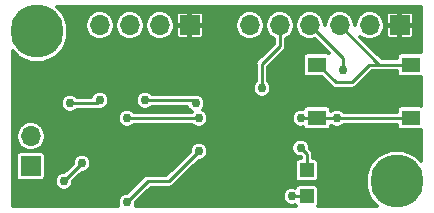
<source format=gbr>
G04 #@! TF.GenerationSoftware,KiCad,Pcbnew,(5.0.0)*
G04 #@! TF.CreationDate,2018-10-12T13:49:54-04:00*
G04 #@! TF.ProjectId,AutoFlyer,4175746F466C7965722E6B696361645F,rev?*
G04 #@! TF.SameCoordinates,Original*
G04 #@! TF.FileFunction,Copper,L2,Bot,Signal*
G04 #@! TF.FilePolarity,Positive*
%FSLAX46Y46*%
G04 Gerber Fmt 4.6, Leading zero omitted, Abs format (unit mm)*
G04 Created by KiCad (PCBNEW (5.0.0)) date 10/12/18 13:49:54*
%MOMM*%
%LPD*%
G01*
G04 APERTURE LIST*
G04 #@! TA.AperFunction,ComponentPad*
%ADD10R,1.700000X1.700000*%
G04 #@! TD*
G04 #@! TA.AperFunction,ComponentPad*
%ADD11O,1.700000X1.700000*%
G04 #@! TD*
G04 #@! TA.AperFunction,WasherPad*
%ADD12C,4.500000*%
G04 #@! TD*
G04 #@! TA.AperFunction,SMDPad,CuDef*
%ADD13R,1.550000X1.300000*%
G04 #@! TD*
G04 #@! TA.AperFunction,SMDPad,CuDef*
%ADD14R,1.200000X1.200000*%
G04 #@! TD*
G04 #@! TA.AperFunction,ViaPad*
%ADD15C,0.762000*%
G04 #@! TD*
G04 #@! TA.AperFunction,Conductor*
%ADD16C,0.254000*%
G04 #@! TD*
G04 #@! TA.AperFunction,Conductor*
%ADD17C,0.304800*%
G04 #@! TD*
G04 APERTURE END LIST*
D10*
G04 #@! TO.P,J1,1*
G04 #@! TO.N,/MotorA*
X27432000Y-39370000D03*
D11*
G04 #@! TO.P,J1,2*
G04 #@! TO.N,/MotorB*
X27432000Y-36830000D03*
G04 #@! TD*
D10*
G04 #@! TO.P,J2,1*
G04 #@! TO.N,GND*
X58674000Y-27432000D03*
D11*
G04 #@! TO.P,J2,2*
G04 #@! TO.N,/sck*
X56134000Y-27432000D03*
G04 #@! TO.P,J2,3*
G04 #@! TO.N,+3V3*
X53594000Y-27432000D03*
G04 #@! TO.P,J2,4*
G04 #@! TO.N,/miso*
X51054000Y-27432000D03*
G04 #@! TO.P,J2,5*
G04 #@! TO.N,/mosi*
X48514000Y-27432000D03*
G04 #@! TO.P,J2,6*
G04 #@! TO.N,/rst*
X45974000Y-27432000D03*
G04 #@! TD*
D10*
G04 #@! TO.P,J3,1*
G04 #@! TO.N,GND*
X40894000Y-27432000D03*
D11*
G04 #@! TO.P,J3,2*
G04 #@! TO.N,Net-(J3-Pad2)*
X38354000Y-27432000D03*
G04 #@! TO.P,J3,3*
X35814000Y-27432000D03*
G04 #@! TO.P,J3,4*
G04 #@! TO.N,+6V*
X33274000Y-27432000D03*
G04 #@! TD*
D12*
G04 #@! TO.P,X1,*
G04 #@! TO.N,*
X27940000Y-27940000D03*
G04 #@! TD*
D13*
G04 #@! TO.P,SW1,2*
G04 #@! TO.N,+3V3*
X51646000Y-30770000D03*
G04 #@! TO.P,SW1,1*
G04 #@! TO.N,Net-(R2-Pad2)*
X51646000Y-35270000D03*
X59606000Y-35270000D03*
G04 #@! TO.P,SW1,2*
G04 #@! TO.N,+3V3*
X59606000Y-30770000D03*
G04 #@! TD*
D12*
G04 #@! TO.P,X2,*
G04 #@! TO.N,*
X58420000Y-40640000D03*
G04 #@! TD*
D14*
G04 #@! TO.P,D1,2*
G04 #@! TO.N,/led*
X50800000Y-39710000D03*
G04 #@! TO.P,D1,1*
G04 #@! TO.N,Net-(D1-Pad1)*
X50800000Y-41910000D03*
G04 #@! TD*
D15*
G04 #@! TO.N,GND*
X38608000Y-41656000D03*
X36322000Y-36068000D03*
X36068000Y-38608000D03*
X27686000Y-32004000D03*
X53848000Y-40894000D03*
X45974000Y-29718000D03*
X50292000Y-32766000D03*
X40386000Y-41935390D03*
G04 #@! TO.N,/miso*
X53848000Y-31242000D03*
G04 #@! TO.N,/mosi*
X46990000Y-32766000D03*
G04 #@! TO.N,Net-(D1-Pad1)*
X49530000Y-41910000D03*
G04 #@! TO.N,Net-(R2-Pad2)*
X53340000Y-35306000D03*
X50292000Y-35306000D03*
G04 #@! TO.N,/led*
X50279138Y-37833138D03*
G04 #@! TO.N,/c0*
X30226000Y-40640000D03*
X31750000Y-39116000D03*
G04 #@! TO.N,/c3*
X30734000Y-34036000D03*
X33274000Y-33782000D03*
X37084000Y-33782000D03*
X41402000Y-34036000D03*
G04 #@! TO.N,/c2*
X41656000Y-35306000D03*
X35560000Y-35306000D03*
G04 #@! TO.N,/c1*
X41656000Y-38100000D03*
X35560000Y-42418000D03*
G04 #@! TD*
D16*
G04 #@! TO.N,+3V3*
X56932000Y-30770000D02*
X53594000Y-27432000D01*
X59606000Y-30770000D02*
X56932000Y-30770000D01*
X51771000Y-30770000D02*
X53259000Y-32258000D01*
X51646000Y-30770000D02*
X51771000Y-30770000D01*
X53259000Y-32258000D02*
X54610000Y-32258000D01*
X56098000Y-30770000D02*
X56932000Y-30770000D01*
X54610000Y-32258000D02*
X56098000Y-30770000D01*
G04 #@! TO.N,/miso*
X53848000Y-30226000D02*
X51054000Y-27432000D01*
X53848000Y-31242000D02*
X53848000Y-30226000D01*
G04 #@! TO.N,/mosi*
X46990000Y-32766000D02*
X46990000Y-30734000D01*
X48514000Y-29210000D02*
X48514000Y-27432000D01*
X46990000Y-30734000D02*
X48514000Y-29210000D01*
G04 #@! TO.N,Net-(D1-Pad1)*
X49530000Y-41910000D02*
X50800000Y-41910000D01*
G04 #@! TO.N,Net-(R2-Pad2)*
X51682000Y-35306000D02*
X51646000Y-35270000D01*
X53340000Y-35306000D02*
X51682000Y-35306000D01*
X51646000Y-35270000D02*
X50328000Y-35270000D01*
X50328000Y-35270000D02*
X50292000Y-35306000D01*
X59570000Y-35306000D02*
X59606000Y-35270000D01*
X53340000Y-35306000D02*
X59570000Y-35306000D01*
G04 #@! TO.N,/led*
X50800000Y-38354000D02*
X50279138Y-37833138D01*
X50800000Y-39710000D02*
X50800000Y-38354000D01*
G04 #@! TO.N,/c0*
X30226000Y-40640000D02*
X31750000Y-39116000D01*
G04 #@! TO.N,/c3*
X30734000Y-34036000D02*
X33020000Y-34036000D01*
X33020000Y-34036000D02*
X33274000Y-33782000D01*
X37084000Y-33782000D02*
X41148000Y-33782000D01*
X41148000Y-33782000D02*
X41402000Y-34036000D01*
G04 #@! TO.N,/c2*
X41656000Y-35306000D02*
X35560000Y-35306000D01*
G04 #@! TO.N,/c1*
X41656000Y-38100000D02*
X39116000Y-40640000D01*
X39116000Y-40640000D02*
X37338000Y-40640000D01*
X37338000Y-40640000D02*
X35560000Y-42418000D01*
G04 #@! TD*
D17*
G04 #@! TO.N,GND*
G36*
X60458570Y-25892138D02*
X60464140Y-25895860D01*
X60467862Y-25901430D01*
X60478600Y-25955414D01*
X60478600Y-29725053D01*
X60381000Y-29705639D01*
X58831000Y-29705639D01*
X58672431Y-29737180D01*
X58538003Y-29827003D01*
X58448180Y-29961431D01*
X58416639Y-30120000D01*
X58416639Y-30236600D01*
X57152941Y-30236600D01*
X55306447Y-28390107D01*
X55643777Y-28615503D01*
X56010257Y-28688400D01*
X56257743Y-28688400D01*
X56624223Y-28615503D01*
X57039814Y-28337814D01*
X57317503Y-27922223D01*
X57392278Y-27546300D01*
X57519200Y-27546300D01*
X57519200Y-28342628D01*
X57565603Y-28454655D01*
X57651344Y-28540397D01*
X57763371Y-28586800D01*
X58559700Y-28586800D01*
X58635900Y-28510600D01*
X58635900Y-27470100D01*
X58712100Y-27470100D01*
X58712100Y-28510600D01*
X58788300Y-28586800D01*
X59584629Y-28586800D01*
X59696656Y-28540397D01*
X59782397Y-28454655D01*
X59828800Y-28342628D01*
X59828800Y-27546300D01*
X59752600Y-27470100D01*
X58712100Y-27470100D01*
X58635900Y-27470100D01*
X57595400Y-27470100D01*
X57519200Y-27546300D01*
X57392278Y-27546300D01*
X57415014Y-27432000D01*
X57317503Y-26941777D01*
X57039814Y-26526186D01*
X57032610Y-26521372D01*
X57519200Y-26521372D01*
X57519200Y-27317700D01*
X57595400Y-27393900D01*
X58635900Y-27393900D01*
X58635900Y-26353400D01*
X58712100Y-26353400D01*
X58712100Y-27393900D01*
X59752600Y-27393900D01*
X59828800Y-27317700D01*
X59828800Y-26521372D01*
X59782397Y-26409345D01*
X59696656Y-26323603D01*
X59584629Y-26277200D01*
X58788300Y-26277200D01*
X58712100Y-26353400D01*
X58635900Y-26353400D01*
X58559700Y-26277200D01*
X57763371Y-26277200D01*
X57651344Y-26323603D01*
X57565603Y-26409345D01*
X57519200Y-26521372D01*
X57032610Y-26521372D01*
X56624223Y-26248497D01*
X56257743Y-26175600D01*
X56010257Y-26175600D01*
X55643777Y-26248497D01*
X55228186Y-26526186D01*
X54950497Y-26941777D01*
X54864000Y-27376629D01*
X54777503Y-26941777D01*
X54499814Y-26526186D01*
X54084223Y-26248497D01*
X53717743Y-26175600D01*
X53470257Y-26175600D01*
X53103777Y-26248497D01*
X52688186Y-26526186D01*
X52410497Y-26941777D01*
X52324000Y-27376629D01*
X52237503Y-26941777D01*
X51959814Y-26526186D01*
X51544223Y-26248497D01*
X51177743Y-26175600D01*
X50930257Y-26175600D01*
X50563777Y-26248497D01*
X50148186Y-26526186D01*
X49870497Y-26941777D01*
X49784000Y-27376629D01*
X49697503Y-26941777D01*
X49419814Y-26526186D01*
X49004223Y-26248497D01*
X48637743Y-26175600D01*
X48390257Y-26175600D01*
X48023777Y-26248497D01*
X47608186Y-26526186D01*
X47330497Y-26941777D01*
X47244000Y-27376629D01*
X47157503Y-26941777D01*
X46879814Y-26526186D01*
X46464223Y-26248497D01*
X46097743Y-26175600D01*
X45850257Y-26175600D01*
X45483777Y-26248497D01*
X45068186Y-26526186D01*
X44790497Y-26941777D01*
X44692986Y-27432000D01*
X44790497Y-27922223D01*
X45068186Y-28337814D01*
X45483777Y-28615503D01*
X45850257Y-28688400D01*
X46097743Y-28688400D01*
X46464223Y-28615503D01*
X46879814Y-28337814D01*
X47157503Y-27922223D01*
X47244000Y-27487371D01*
X47330497Y-27922223D01*
X47608186Y-28337814D01*
X47980600Y-28586653D01*
X47980600Y-28989058D01*
X46649975Y-30319685D01*
X46605442Y-30349441D01*
X46575686Y-30393974D01*
X46575685Y-30393975D01*
X46487550Y-30525878D01*
X46446152Y-30734000D01*
X46456601Y-30786530D01*
X46456600Y-32185849D01*
X46322475Y-32319974D01*
X46202600Y-32609376D01*
X46202600Y-32922624D01*
X46322475Y-33212026D01*
X46543974Y-33433525D01*
X46833376Y-33553400D01*
X47146624Y-33553400D01*
X47436026Y-33433525D01*
X47657525Y-33212026D01*
X47777400Y-32922624D01*
X47777400Y-32609376D01*
X47657525Y-32319974D01*
X47523400Y-32185849D01*
X47523400Y-30954940D01*
X48854029Y-29624313D01*
X48898559Y-29594559D01*
X48928313Y-29550029D01*
X48928315Y-29550027D01*
X49016450Y-29418123D01*
X49016451Y-29418122D01*
X49047400Y-29262531D01*
X49047400Y-29262527D01*
X49057848Y-29210001D01*
X49047400Y-29157475D01*
X49047400Y-28586653D01*
X49419814Y-28337814D01*
X49697503Y-27922223D01*
X49784000Y-27487371D01*
X49870497Y-27922223D01*
X50148186Y-28337814D01*
X50563777Y-28615503D01*
X50930257Y-28688400D01*
X51177743Y-28688400D01*
X51493293Y-28625634D01*
X52655725Y-29788066D01*
X52579569Y-29737180D01*
X52421000Y-29705639D01*
X50871000Y-29705639D01*
X50712431Y-29737180D01*
X50578003Y-29827003D01*
X50488180Y-29961431D01*
X50456639Y-30120000D01*
X50456639Y-31420000D01*
X50488180Y-31578569D01*
X50578003Y-31712997D01*
X50712431Y-31802820D01*
X50871000Y-31834361D01*
X52081021Y-31834361D01*
X52844684Y-32598025D01*
X52874441Y-32642559D01*
X53050878Y-32760451D01*
X53206469Y-32791400D01*
X53206473Y-32791400D01*
X53259000Y-32801848D01*
X53311527Y-32791400D01*
X54557474Y-32791400D01*
X54610000Y-32801848D01*
X54662526Y-32791400D01*
X54662531Y-32791400D01*
X54818122Y-32760451D01*
X54994559Y-32642559D01*
X55024317Y-32598023D01*
X56318941Y-31303400D01*
X56879473Y-31303400D01*
X56932000Y-31313848D01*
X56984527Y-31303400D01*
X58416639Y-31303400D01*
X58416639Y-31420000D01*
X58448180Y-31578569D01*
X58538003Y-31712997D01*
X58672431Y-31802820D01*
X58831000Y-31834361D01*
X60381000Y-31834361D01*
X60478600Y-31814947D01*
X60478600Y-34225053D01*
X60381000Y-34205639D01*
X58831000Y-34205639D01*
X58672431Y-34237180D01*
X58538003Y-34327003D01*
X58448180Y-34461431D01*
X58416639Y-34620000D01*
X58416639Y-34772600D01*
X53920151Y-34772600D01*
X53786026Y-34638475D01*
X53496624Y-34518600D01*
X53183376Y-34518600D01*
X52893974Y-34638475D01*
X52835361Y-34697088D01*
X52835361Y-34620000D01*
X52803820Y-34461431D01*
X52713997Y-34327003D01*
X52579569Y-34237180D01*
X52421000Y-34205639D01*
X50871000Y-34205639D01*
X50712431Y-34237180D01*
X50578003Y-34327003D01*
X50488180Y-34461431D01*
X50474663Y-34529386D01*
X50448624Y-34518600D01*
X50135376Y-34518600D01*
X49845974Y-34638475D01*
X49624475Y-34859974D01*
X49504600Y-35149376D01*
X49504600Y-35462624D01*
X49624475Y-35752026D01*
X49845974Y-35973525D01*
X50135376Y-36093400D01*
X50448624Y-36093400D01*
X50487894Y-36077134D01*
X50488180Y-36078569D01*
X50578003Y-36212997D01*
X50712431Y-36302820D01*
X50871000Y-36334361D01*
X52421000Y-36334361D01*
X52579569Y-36302820D01*
X52713997Y-36212997D01*
X52803820Y-36078569D01*
X52835361Y-35920000D01*
X52835361Y-35914912D01*
X52893974Y-35973525D01*
X53183376Y-36093400D01*
X53496624Y-36093400D01*
X53786026Y-35973525D01*
X53920151Y-35839400D01*
X58416639Y-35839400D01*
X58416639Y-35920000D01*
X58448180Y-36078569D01*
X58538003Y-36212997D01*
X58672431Y-36302820D01*
X58831000Y-36334361D01*
X60381000Y-36334361D01*
X60478601Y-36314947D01*
X60478601Y-38941884D01*
X59924730Y-38388013D01*
X58948391Y-37983600D01*
X57891609Y-37983600D01*
X56915270Y-38388013D01*
X56168013Y-39135270D01*
X55763600Y-40111609D01*
X55763600Y-41168391D01*
X56168013Y-42144730D01*
X56721883Y-42698600D01*
X51762754Y-42698600D01*
X51782820Y-42668569D01*
X51814361Y-42510000D01*
X51814361Y-41310000D01*
X51782820Y-41151431D01*
X51692997Y-41017003D01*
X51558569Y-40927180D01*
X51400000Y-40895639D01*
X50200000Y-40895639D01*
X50041431Y-40927180D01*
X49907003Y-41017003D01*
X49817180Y-41151431D01*
X49812540Y-41174757D01*
X49686624Y-41122600D01*
X49373376Y-41122600D01*
X49083974Y-41242475D01*
X48862475Y-41463974D01*
X48742600Y-41753376D01*
X48742600Y-42066624D01*
X48862475Y-42356026D01*
X49083974Y-42577525D01*
X49373376Y-42697400D01*
X49686624Y-42697400D01*
X49812540Y-42645243D01*
X49817180Y-42668569D01*
X49837246Y-42698600D01*
X36296047Y-42698600D01*
X36347400Y-42574624D01*
X36347400Y-42384940D01*
X37558941Y-41173400D01*
X39063474Y-41173400D01*
X39116000Y-41183848D01*
X39168526Y-41173400D01*
X39168531Y-41173400D01*
X39324122Y-41142451D01*
X39500559Y-41024559D01*
X39530317Y-40980023D01*
X41622942Y-38887400D01*
X41812624Y-38887400D01*
X42102026Y-38767525D01*
X42323525Y-38546026D01*
X42443400Y-38256624D01*
X42443400Y-37943376D01*
X42332862Y-37676514D01*
X49491738Y-37676514D01*
X49491738Y-37989762D01*
X49611613Y-38279164D01*
X49833112Y-38500663D01*
X50122514Y-38620538D01*
X50266601Y-38620538D01*
X50266601Y-38695639D01*
X50200000Y-38695639D01*
X50041431Y-38727180D01*
X49907003Y-38817003D01*
X49817180Y-38951431D01*
X49785639Y-39110000D01*
X49785639Y-40310000D01*
X49817180Y-40468569D01*
X49907003Y-40602997D01*
X50041431Y-40692820D01*
X50200000Y-40724361D01*
X51400000Y-40724361D01*
X51558569Y-40692820D01*
X51692997Y-40602997D01*
X51782820Y-40468569D01*
X51814361Y-40310000D01*
X51814361Y-39110000D01*
X51782820Y-38951431D01*
X51692997Y-38817003D01*
X51558569Y-38727180D01*
X51400000Y-38695639D01*
X51333400Y-38695639D01*
X51333400Y-38406525D01*
X51343848Y-38353999D01*
X51333400Y-38301473D01*
X51333400Y-38301469D01*
X51302451Y-38145878D01*
X51184559Y-37969441D01*
X51140025Y-37939684D01*
X51066538Y-37866197D01*
X51066538Y-37676514D01*
X50946663Y-37387112D01*
X50725164Y-37165613D01*
X50435762Y-37045738D01*
X50122514Y-37045738D01*
X49833112Y-37165613D01*
X49611613Y-37387112D01*
X49491738Y-37676514D01*
X42332862Y-37676514D01*
X42323525Y-37653974D01*
X42102026Y-37432475D01*
X41812624Y-37312600D01*
X41499376Y-37312600D01*
X41209974Y-37432475D01*
X40988475Y-37653974D01*
X40868600Y-37943376D01*
X40868600Y-38133058D01*
X38895060Y-40106600D01*
X37390527Y-40106600D01*
X37338000Y-40096152D01*
X37285473Y-40106600D01*
X37285469Y-40106600D01*
X37129878Y-40137549D01*
X36953441Y-40255441D01*
X36923684Y-40299975D01*
X35593060Y-41630600D01*
X35403376Y-41630600D01*
X35113974Y-41750475D01*
X34892475Y-41971974D01*
X34772600Y-42261376D01*
X34772600Y-42574624D01*
X34823953Y-42698600D01*
X25955414Y-42698600D01*
X25901430Y-42687862D01*
X25895860Y-42684140D01*
X25892138Y-42678570D01*
X25881400Y-42624587D01*
X25881400Y-38520000D01*
X26167639Y-38520000D01*
X26167639Y-40220000D01*
X26199180Y-40378569D01*
X26289003Y-40512997D01*
X26423431Y-40602820D01*
X26582000Y-40634361D01*
X28282000Y-40634361D01*
X28440569Y-40602820D01*
X28574997Y-40512997D01*
X28594789Y-40483376D01*
X29438600Y-40483376D01*
X29438600Y-40796624D01*
X29558475Y-41086026D01*
X29779974Y-41307525D01*
X30069376Y-41427400D01*
X30382624Y-41427400D01*
X30672026Y-41307525D01*
X30893525Y-41086026D01*
X31013400Y-40796624D01*
X31013400Y-40606941D01*
X31716941Y-39903400D01*
X31906624Y-39903400D01*
X32196026Y-39783525D01*
X32417525Y-39562026D01*
X32537400Y-39272624D01*
X32537400Y-38959376D01*
X32417525Y-38669974D01*
X32196026Y-38448475D01*
X31906624Y-38328600D01*
X31593376Y-38328600D01*
X31303974Y-38448475D01*
X31082475Y-38669974D01*
X30962600Y-38959376D01*
X30962600Y-39149059D01*
X30259059Y-39852600D01*
X30069376Y-39852600D01*
X29779974Y-39972475D01*
X29558475Y-40193974D01*
X29438600Y-40483376D01*
X28594789Y-40483376D01*
X28664820Y-40378569D01*
X28696361Y-40220000D01*
X28696361Y-38520000D01*
X28664820Y-38361431D01*
X28574997Y-38227003D01*
X28440569Y-38137180D01*
X28282000Y-38105639D01*
X26582000Y-38105639D01*
X26423431Y-38137180D01*
X26289003Y-38227003D01*
X26199180Y-38361431D01*
X26167639Y-38520000D01*
X25881400Y-38520000D01*
X25881400Y-36830000D01*
X26150986Y-36830000D01*
X26248497Y-37320223D01*
X26526186Y-37735814D01*
X26941777Y-38013503D01*
X27308257Y-38086400D01*
X27555743Y-38086400D01*
X27922223Y-38013503D01*
X28337814Y-37735814D01*
X28615503Y-37320223D01*
X28713014Y-36830000D01*
X28615503Y-36339777D01*
X28337814Y-35924186D01*
X27922223Y-35646497D01*
X27555743Y-35573600D01*
X27308257Y-35573600D01*
X26941777Y-35646497D01*
X26526186Y-35924186D01*
X26248497Y-36339777D01*
X26150986Y-36830000D01*
X25881400Y-36830000D01*
X25881400Y-35149376D01*
X34772600Y-35149376D01*
X34772600Y-35462624D01*
X34892475Y-35752026D01*
X35113974Y-35973525D01*
X35403376Y-36093400D01*
X35716624Y-36093400D01*
X36006026Y-35973525D01*
X36140151Y-35839400D01*
X41075849Y-35839400D01*
X41209974Y-35973525D01*
X41499376Y-36093400D01*
X41812624Y-36093400D01*
X42102026Y-35973525D01*
X42323525Y-35752026D01*
X42443400Y-35462624D01*
X42443400Y-35149376D01*
X42323525Y-34859974D01*
X42102026Y-34638475D01*
X41968418Y-34583133D01*
X42069525Y-34482026D01*
X42189400Y-34192624D01*
X42189400Y-33879376D01*
X42069525Y-33589974D01*
X41848026Y-33368475D01*
X41558624Y-33248600D01*
X41245376Y-33248600D01*
X41230827Y-33254626D01*
X41200531Y-33248600D01*
X41200526Y-33248600D01*
X41148000Y-33238152D01*
X41095474Y-33248600D01*
X37664151Y-33248600D01*
X37530026Y-33114475D01*
X37240624Y-32994600D01*
X36927376Y-32994600D01*
X36637974Y-33114475D01*
X36416475Y-33335974D01*
X36296600Y-33625376D01*
X36296600Y-33938624D01*
X36416475Y-34228026D01*
X36637974Y-34449525D01*
X36927376Y-34569400D01*
X37240624Y-34569400D01*
X37530026Y-34449525D01*
X37664151Y-34315400D01*
X40665456Y-34315400D01*
X40734475Y-34482026D01*
X40955974Y-34703525D01*
X41089582Y-34758867D01*
X41075849Y-34772600D01*
X36140151Y-34772600D01*
X36006026Y-34638475D01*
X35716624Y-34518600D01*
X35403376Y-34518600D01*
X35113974Y-34638475D01*
X34892475Y-34859974D01*
X34772600Y-35149376D01*
X25881400Y-35149376D01*
X25881400Y-33879376D01*
X29946600Y-33879376D01*
X29946600Y-34192624D01*
X30066475Y-34482026D01*
X30287974Y-34703525D01*
X30577376Y-34823400D01*
X30890624Y-34823400D01*
X31180026Y-34703525D01*
X31314151Y-34569400D01*
X32967474Y-34569400D01*
X33020000Y-34579848D01*
X33072526Y-34569400D01*
X33072531Y-34569400D01*
X33102827Y-34563374D01*
X33117376Y-34569400D01*
X33430624Y-34569400D01*
X33720026Y-34449525D01*
X33941525Y-34228026D01*
X34061400Y-33938624D01*
X34061400Y-33625376D01*
X33941525Y-33335974D01*
X33720026Y-33114475D01*
X33430624Y-32994600D01*
X33117376Y-32994600D01*
X32827974Y-33114475D01*
X32606475Y-33335974D01*
X32537456Y-33502600D01*
X31314151Y-33502600D01*
X31180026Y-33368475D01*
X30890624Y-33248600D01*
X30577376Y-33248600D01*
X30287974Y-33368475D01*
X30066475Y-33589974D01*
X29946600Y-33879376D01*
X25881400Y-33879376D01*
X25881400Y-29638117D01*
X26435270Y-30191987D01*
X27411609Y-30596400D01*
X28468391Y-30596400D01*
X29444730Y-30191987D01*
X30191987Y-29444730D01*
X30596400Y-28468391D01*
X30596400Y-27432000D01*
X31992986Y-27432000D01*
X32090497Y-27922223D01*
X32368186Y-28337814D01*
X32783777Y-28615503D01*
X33150257Y-28688400D01*
X33397743Y-28688400D01*
X33764223Y-28615503D01*
X34179814Y-28337814D01*
X34457503Y-27922223D01*
X34544000Y-27487371D01*
X34630497Y-27922223D01*
X34908186Y-28337814D01*
X35323777Y-28615503D01*
X35690257Y-28688400D01*
X35937743Y-28688400D01*
X36304223Y-28615503D01*
X36719814Y-28337814D01*
X36997503Y-27922223D01*
X37084000Y-27487371D01*
X37170497Y-27922223D01*
X37448186Y-28337814D01*
X37863777Y-28615503D01*
X38230257Y-28688400D01*
X38477743Y-28688400D01*
X38844223Y-28615503D01*
X39259814Y-28337814D01*
X39537503Y-27922223D01*
X39612278Y-27546300D01*
X39739200Y-27546300D01*
X39739200Y-28342628D01*
X39785603Y-28454655D01*
X39871344Y-28540397D01*
X39983371Y-28586800D01*
X40779700Y-28586800D01*
X40855900Y-28510600D01*
X40855900Y-27470100D01*
X40932100Y-27470100D01*
X40932100Y-28510600D01*
X41008300Y-28586800D01*
X41804629Y-28586800D01*
X41916656Y-28540397D01*
X42002397Y-28454655D01*
X42048800Y-28342628D01*
X42048800Y-27546300D01*
X41972600Y-27470100D01*
X40932100Y-27470100D01*
X40855900Y-27470100D01*
X39815400Y-27470100D01*
X39739200Y-27546300D01*
X39612278Y-27546300D01*
X39635014Y-27432000D01*
X39537503Y-26941777D01*
X39259814Y-26526186D01*
X39252610Y-26521372D01*
X39739200Y-26521372D01*
X39739200Y-27317700D01*
X39815400Y-27393900D01*
X40855900Y-27393900D01*
X40855900Y-26353400D01*
X40932100Y-26353400D01*
X40932100Y-27393900D01*
X41972600Y-27393900D01*
X42048800Y-27317700D01*
X42048800Y-26521372D01*
X42002397Y-26409345D01*
X41916656Y-26323603D01*
X41804629Y-26277200D01*
X41008300Y-26277200D01*
X40932100Y-26353400D01*
X40855900Y-26353400D01*
X40779700Y-26277200D01*
X39983371Y-26277200D01*
X39871344Y-26323603D01*
X39785603Y-26409345D01*
X39739200Y-26521372D01*
X39252610Y-26521372D01*
X38844223Y-26248497D01*
X38477743Y-26175600D01*
X38230257Y-26175600D01*
X37863777Y-26248497D01*
X37448186Y-26526186D01*
X37170497Y-26941777D01*
X37084000Y-27376629D01*
X36997503Y-26941777D01*
X36719814Y-26526186D01*
X36304223Y-26248497D01*
X35937743Y-26175600D01*
X35690257Y-26175600D01*
X35323777Y-26248497D01*
X34908186Y-26526186D01*
X34630497Y-26941777D01*
X34544000Y-27376629D01*
X34457503Y-26941777D01*
X34179814Y-26526186D01*
X33764223Y-26248497D01*
X33397743Y-26175600D01*
X33150257Y-26175600D01*
X32783777Y-26248497D01*
X32368186Y-26526186D01*
X32090497Y-26941777D01*
X31992986Y-27432000D01*
X30596400Y-27432000D01*
X30596400Y-27411609D01*
X30191987Y-26435270D01*
X29638117Y-25881400D01*
X60404587Y-25881400D01*
X60458570Y-25892138D01*
X60458570Y-25892138D01*
G37*
X60458570Y-25892138D02*
X60464140Y-25895860D01*
X60467862Y-25901430D01*
X60478600Y-25955414D01*
X60478600Y-29725053D01*
X60381000Y-29705639D01*
X58831000Y-29705639D01*
X58672431Y-29737180D01*
X58538003Y-29827003D01*
X58448180Y-29961431D01*
X58416639Y-30120000D01*
X58416639Y-30236600D01*
X57152941Y-30236600D01*
X55306447Y-28390107D01*
X55643777Y-28615503D01*
X56010257Y-28688400D01*
X56257743Y-28688400D01*
X56624223Y-28615503D01*
X57039814Y-28337814D01*
X57317503Y-27922223D01*
X57392278Y-27546300D01*
X57519200Y-27546300D01*
X57519200Y-28342628D01*
X57565603Y-28454655D01*
X57651344Y-28540397D01*
X57763371Y-28586800D01*
X58559700Y-28586800D01*
X58635900Y-28510600D01*
X58635900Y-27470100D01*
X58712100Y-27470100D01*
X58712100Y-28510600D01*
X58788300Y-28586800D01*
X59584629Y-28586800D01*
X59696656Y-28540397D01*
X59782397Y-28454655D01*
X59828800Y-28342628D01*
X59828800Y-27546300D01*
X59752600Y-27470100D01*
X58712100Y-27470100D01*
X58635900Y-27470100D01*
X57595400Y-27470100D01*
X57519200Y-27546300D01*
X57392278Y-27546300D01*
X57415014Y-27432000D01*
X57317503Y-26941777D01*
X57039814Y-26526186D01*
X57032610Y-26521372D01*
X57519200Y-26521372D01*
X57519200Y-27317700D01*
X57595400Y-27393900D01*
X58635900Y-27393900D01*
X58635900Y-26353400D01*
X58712100Y-26353400D01*
X58712100Y-27393900D01*
X59752600Y-27393900D01*
X59828800Y-27317700D01*
X59828800Y-26521372D01*
X59782397Y-26409345D01*
X59696656Y-26323603D01*
X59584629Y-26277200D01*
X58788300Y-26277200D01*
X58712100Y-26353400D01*
X58635900Y-26353400D01*
X58559700Y-26277200D01*
X57763371Y-26277200D01*
X57651344Y-26323603D01*
X57565603Y-26409345D01*
X57519200Y-26521372D01*
X57032610Y-26521372D01*
X56624223Y-26248497D01*
X56257743Y-26175600D01*
X56010257Y-26175600D01*
X55643777Y-26248497D01*
X55228186Y-26526186D01*
X54950497Y-26941777D01*
X54864000Y-27376629D01*
X54777503Y-26941777D01*
X54499814Y-26526186D01*
X54084223Y-26248497D01*
X53717743Y-26175600D01*
X53470257Y-26175600D01*
X53103777Y-26248497D01*
X52688186Y-26526186D01*
X52410497Y-26941777D01*
X52324000Y-27376629D01*
X52237503Y-26941777D01*
X51959814Y-26526186D01*
X51544223Y-26248497D01*
X51177743Y-26175600D01*
X50930257Y-26175600D01*
X50563777Y-26248497D01*
X50148186Y-26526186D01*
X49870497Y-26941777D01*
X49784000Y-27376629D01*
X49697503Y-26941777D01*
X49419814Y-26526186D01*
X49004223Y-26248497D01*
X48637743Y-26175600D01*
X48390257Y-26175600D01*
X48023777Y-26248497D01*
X47608186Y-26526186D01*
X47330497Y-26941777D01*
X47244000Y-27376629D01*
X47157503Y-26941777D01*
X46879814Y-26526186D01*
X46464223Y-26248497D01*
X46097743Y-26175600D01*
X45850257Y-26175600D01*
X45483777Y-26248497D01*
X45068186Y-26526186D01*
X44790497Y-26941777D01*
X44692986Y-27432000D01*
X44790497Y-27922223D01*
X45068186Y-28337814D01*
X45483777Y-28615503D01*
X45850257Y-28688400D01*
X46097743Y-28688400D01*
X46464223Y-28615503D01*
X46879814Y-28337814D01*
X47157503Y-27922223D01*
X47244000Y-27487371D01*
X47330497Y-27922223D01*
X47608186Y-28337814D01*
X47980600Y-28586653D01*
X47980600Y-28989058D01*
X46649975Y-30319685D01*
X46605442Y-30349441D01*
X46575686Y-30393974D01*
X46575685Y-30393975D01*
X46487550Y-30525878D01*
X46446152Y-30734000D01*
X46456601Y-30786530D01*
X46456600Y-32185849D01*
X46322475Y-32319974D01*
X46202600Y-32609376D01*
X46202600Y-32922624D01*
X46322475Y-33212026D01*
X46543974Y-33433525D01*
X46833376Y-33553400D01*
X47146624Y-33553400D01*
X47436026Y-33433525D01*
X47657525Y-33212026D01*
X47777400Y-32922624D01*
X47777400Y-32609376D01*
X47657525Y-32319974D01*
X47523400Y-32185849D01*
X47523400Y-30954940D01*
X48854029Y-29624313D01*
X48898559Y-29594559D01*
X48928313Y-29550029D01*
X48928315Y-29550027D01*
X49016450Y-29418123D01*
X49016451Y-29418122D01*
X49047400Y-29262531D01*
X49047400Y-29262527D01*
X49057848Y-29210001D01*
X49047400Y-29157475D01*
X49047400Y-28586653D01*
X49419814Y-28337814D01*
X49697503Y-27922223D01*
X49784000Y-27487371D01*
X49870497Y-27922223D01*
X50148186Y-28337814D01*
X50563777Y-28615503D01*
X50930257Y-28688400D01*
X51177743Y-28688400D01*
X51493293Y-28625634D01*
X52655725Y-29788066D01*
X52579569Y-29737180D01*
X52421000Y-29705639D01*
X50871000Y-29705639D01*
X50712431Y-29737180D01*
X50578003Y-29827003D01*
X50488180Y-29961431D01*
X50456639Y-30120000D01*
X50456639Y-31420000D01*
X50488180Y-31578569D01*
X50578003Y-31712997D01*
X50712431Y-31802820D01*
X50871000Y-31834361D01*
X52081021Y-31834361D01*
X52844684Y-32598025D01*
X52874441Y-32642559D01*
X53050878Y-32760451D01*
X53206469Y-32791400D01*
X53206473Y-32791400D01*
X53259000Y-32801848D01*
X53311527Y-32791400D01*
X54557474Y-32791400D01*
X54610000Y-32801848D01*
X54662526Y-32791400D01*
X54662531Y-32791400D01*
X54818122Y-32760451D01*
X54994559Y-32642559D01*
X55024317Y-32598023D01*
X56318941Y-31303400D01*
X56879473Y-31303400D01*
X56932000Y-31313848D01*
X56984527Y-31303400D01*
X58416639Y-31303400D01*
X58416639Y-31420000D01*
X58448180Y-31578569D01*
X58538003Y-31712997D01*
X58672431Y-31802820D01*
X58831000Y-31834361D01*
X60381000Y-31834361D01*
X60478600Y-31814947D01*
X60478600Y-34225053D01*
X60381000Y-34205639D01*
X58831000Y-34205639D01*
X58672431Y-34237180D01*
X58538003Y-34327003D01*
X58448180Y-34461431D01*
X58416639Y-34620000D01*
X58416639Y-34772600D01*
X53920151Y-34772600D01*
X53786026Y-34638475D01*
X53496624Y-34518600D01*
X53183376Y-34518600D01*
X52893974Y-34638475D01*
X52835361Y-34697088D01*
X52835361Y-34620000D01*
X52803820Y-34461431D01*
X52713997Y-34327003D01*
X52579569Y-34237180D01*
X52421000Y-34205639D01*
X50871000Y-34205639D01*
X50712431Y-34237180D01*
X50578003Y-34327003D01*
X50488180Y-34461431D01*
X50474663Y-34529386D01*
X50448624Y-34518600D01*
X50135376Y-34518600D01*
X49845974Y-34638475D01*
X49624475Y-34859974D01*
X49504600Y-35149376D01*
X49504600Y-35462624D01*
X49624475Y-35752026D01*
X49845974Y-35973525D01*
X50135376Y-36093400D01*
X50448624Y-36093400D01*
X50487894Y-36077134D01*
X50488180Y-36078569D01*
X50578003Y-36212997D01*
X50712431Y-36302820D01*
X50871000Y-36334361D01*
X52421000Y-36334361D01*
X52579569Y-36302820D01*
X52713997Y-36212997D01*
X52803820Y-36078569D01*
X52835361Y-35920000D01*
X52835361Y-35914912D01*
X52893974Y-35973525D01*
X53183376Y-36093400D01*
X53496624Y-36093400D01*
X53786026Y-35973525D01*
X53920151Y-35839400D01*
X58416639Y-35839400D01*
X58416639Y-35920000D01*
X58448180Y-36078569D01*
X58538003Y-36212997D01*
X58672431Y-36302820D01*
X58831000Y-36334361D01*
X60381000Y-36334361D01*
X60478601Y-36314947D01*
X60478601Y-38941884D01*
X59924730Y-38388013D01*
X58948391Y-37983600D01*
X57891609Y-37983600D01*
X56915270Y-38388013D01*
X56168013Y-39135270D01*
X55763600Y-40111609D01*
X55763600Y-41168391D01*
X56168013Y-42144730D01*
X56721883Y-42698600D01*
X51762754Y-42698600D01*
X51782820Y-42668569D01*
X51814361Y-42510000D01*
X51814361Y-41310000D01*
X51782820Y-41151431D01*
X51692997Y-41017003D01*
X51558569Y-40927180D01*
X51400000Y-40895639D01*
X50200000Y-40895639D01*
X50041431Y-40927180D01*
X49907003Y-41017003D01*
X49817180Y-41151431D01*
X49812540Y-41174757D01*
X49686624Y-41122600D01*
X49373376Y-41122600D01*
X49083974Y-41242475D01*
X48862475Y-41463974D01*
X48742600Y-41753376D01*
X48742600Y-42066624D01*
X48862475Y-42356026D01*
X49083974Y-42577525D01*
X49373376Y-42697400D01*
X49686624Y-42697400D01*
X49812540Y-42645243D01*
X49817180Y-42668569D01*
X49837246Y-42698600D01*
X36296047Y-42698600D01*
X36347400Y-42574624D01*
X36347400Y-42384940D01*
X37558941Y-41173400D01*
X39063474Y-41173400D01*
X39116000Y-41183848D01*
X39168526Y-41173400D01*
X39168531Y-41173400D01*
X39324122Y-41142451D01*
X39500559Y-41024559D01*
X39530317Y-40980023D01*
X41622942Y-38887400D01*
X41812624Y-38887400D01*
X42102026Y-38767525D01*
X42323525Y-38546026D01*
X42443400Y-38256624D01*
X42443400Y-37943376D01*
X42332862Y-37676514D01*
X49491738Y-37676514D01*
X49491738Y-37989762D01*
X49611613Y-38279164D01*
X49833112Y-38500663D01*
X50122514Y-38620538D01*
X50266601Y-38620538D01*
X50266601Y-38695639D01*
X50200000Y-38695639D01*
X50041431Y-38727180D01*
X49907003Y-38817003D01*
X49817180Y-38951431D01*
X49785639Y-39110000D01*
X49785639Y-40310000D01*
X49817180Y-40468569D01*
X49907003Y-40602997D01*
X50041431Y-40692820D01*
X50200000Y-40724361D01*
X51400000Y-40724361D01*
X51558569Y-40692820D01*
X51692997Y-40602997D01*
X51782820Y-40468569D01*
X51814361Y-40310000D01*
X51814361Y-39110000D01*
X51782820Y-38951431D01*
X51692997Y-38817003D01*
X51558569Y-38727180D01*
X51400000Y-38695639D01*
X51333400Y-38695639D01*
X51333400Y-38406525D01*
X51343848Y-38353999D01*
X51333400Y-38301473D01*
X51333400Y-38301469D01*
X51302451Y-38145878D01*
X51184559Y-37969441D01*
X51140025Y-37939684D01*
X51066538Y-37866197D01*
X51066538Y-37676514D01*
X50946663Y-37387112D01*
X50725164Y-37165613D01*
X50435762Y-37045738D01*
X50122514Y-37045738D01*
X49833112Y-37165613D01*
X49611613Y-37387112D01*
X49491738Y-37676514D01*
X42332862Y-37676514D01*
X42323525Y-37653974D01*
X42102026Y-37432475D01*
X41812624Y-37312600D01*
X41499376Y-37312600D01*
X41209974Y-37432475D01*
X40988475Y-37653974D01*
X40868600Y-37943376D01*
X40868600Y-38133058D01*
X38895060Y-40106600D01*
X37390527Y-40106600D01*
X37338000Y-40096152D01*
X37285473Y-40106600D01*
X37285469Y-40106600D01*
X37129878Y-40137549D01*
X36953441Y-40255441D01*
X36923684Y-40299975D01*
X35593060Y-41630600D01*
X35403376Y-41630600D01*
X35113974Y-41750475D01*
X34892475Y-41971974D01*
X34772600Y-42261376D01*
X34772600Y-42574624D01*
X34823953Y-42698600D01*
X25955414Y-42698600D01*
X25901430Y-42687862D01*
X25895860Y-42684140D01*
X25892138Y-42678570D01*
X25881400Y-42624587D01*
X25881400Y-38520000D01*
X26167639Y-38520000D01*
X26167639Y-40220000D01*
X26199180Y-40378569D01*
X26289003Y-40512997D01*
X26423431Y-40602820D01*
X26582000Y-40634361D01*
X28282000Y-40634361D01*
X28440569Y-40602820D01*
X28574997Y-40512997D01*
X28594789Y-40483376D01*
X29438600Y-40483376D01*
X29438600Y-40796624D01*
X29558475Y-41086026D01*
X29779974Y-41307525D01*
X30069376Y-41427400D01*
X30382624Y-41427400D01*
X30672026Y-41307525D01*
X30893525Y-41086026D01*
X31013400Y-40796624D01*
X31013400Y-40606941D01*
X31716941Y-39903400D01*
X31906624Y-39903400D01*
X32196026Y-39783525D01*
X32417525Y-39562026D01*
X32537400Y-39272624D01*
X32537400Y-38959376D01*
X32417525Y-38669974D01*
X32196026Y-38448475D01*
X31906624Y-38328600D01*
X31593376Y-38328600D01*
X31303974Y-38448475D01*
X31082475Y-38669974D01*
X30962600Y-38959376D01*
X30962600Y-39149059D01*
X30259059Y-39852600D01*
X30069376Y-39852600D01*
X29779974Y-39972475D01*
X29558475Y-40193974D01*
X29438600Y-40483376D01*
X28594789Y-40483376D01*
X28664820Y-40378569D01*
X28696361Y-40220000D01*
X28696361Y-38520000D01*
X28664820Y-38361431D01*
X28574997Y-38227003D01*
X28440569Y-38137180D01*
X28282000Y-38105639D01*
X26582000Y-38105639D01*
X26423431Y-38137180D01*
X26289003Y-38227003D01*
X26199180Y-38361431D01*
X26167639Y-38520000D01*
X25881400Y-38520000D01*
X25881400Y-36830000D01*
X26150986Y-36830000D01*
X26248497Y-37320223D01*
X26526186Y-37735814D01*
X26941777Y-38013503D01*
X27308257Y-38086400D01*
X27555743Y-38086400D01*
X27922223Y-38013503D01*
X28337814Y-37735814D01*
X28615503Y-37320223D01*
X28713014Y-36830000D01*
X28615503Y-36339777D01*
X28337814Y-35924186D01*
X27922223Y-35646497D01*
X27555743Y-35573600D01*
X27308257Y-35573600D01*
X26941777Y-35646497D01*
X26526186Y-35924186D01*
X26248497Y-36339777D01*
X26150986Y-36830000D01*
X25881400Y-36830000D01*
X25881400Y-35149376D01*
X34772600Y-35149376D01*
X34772600Y-35462624D01*
X34892475Y-35752026D01*
X35113974Y-35973525D01*
X35403376Y-36093400D01*
X35716624Y-36093400D01*
X36006026Y-35973525D01*
X36140151Y-35839400D01*
X41075849Y-35839400D01*
X41209974Y-35973525D01*
X41499376Y-36093400D01*
X41812624Y-36093400D01*
X42102026Y-35973525D01*
X42323525Y-35752026D01*
X42443400Y-35462624D01*
X42443400Y-35149376D01*
X42323525Y-34859974D01*
X42102026Y-34638475D01*
X41968418Y-34583133D01*
X42069525Y-34482026D01*
X42189400Y-34192624D01*
X42189400Y-33879376D01*
X42069525Y-33589974D01*
X41848026Y-33368475D01*
X41558624Y-33248600D01*
X41245376Y-33248600D01*
X41230827Y-33254626D01*
X41200531Y-33248600D01*
X41200526Y-33248600D01*
X41148000Y-33238152D01*
X41095474Y-33248600D01*
X37664151Y-33248600D01*
X37530026Y-33114475D01*
X37240624Y-32994600D01*
X36927376Y-32994600D01*
X36637974Y-33114475D01*
X36416475Y-33335974D01*
X36296600Y-33625376D01*
X36296600Y-33938624D01*
X36416475Y-34228026D01*
X36637974Y-34449525D01*
X36927376Y-34569400D01*
X37240624Y-34569400D01*
X37530026Y-34449525D01*
X37664151Y-34315400D01*
X40665456Y-34315400D01*
X40734475Y-34482026D01*
X40955974Y-34703525D01*
X41089582Y-34758867D01*
X41075849Y-34772600D01*
X36140151Y-34772600D01*
X36006026Y-34638475D01*
X35716624Y-34518600D01*
X35403376Y-34518600D01*
X35113974Y-34638475D01*
X34892475Y-34859974D01*
X34772600Y-35149376D01*
X25881400Y-35149376D01*
X25881400Y-33879376D01*
X29946600Y-33879376D01*
X29946600Y-34192624D01*
X30066475Y-34482026D01*
X30287974Y-34703525D01*
X30577376Y-34823400D01*
X30890624Y-34823400D01*
X31180026Y-34703525D01*
X31314151Y-34569400D01*
X32967474Y-34569400D01*
X33020000Y-34579848D01*
X33072526Y-34569400D01*
X33072531Y-34569400D01*
X33102827Y-34563374D01*
X33117376Y-34569400D01*
X33430624Y-34569400D01*
X33720026Y-34449525D01*
X33941525Y-34228026D01*
X34061400Y-33938624D01*
X34061400Y-33625376D01*
X33941525Y-33335974D01*
X33720026Y-33114475D01*
X33430624Y-32994600D01*
X33117376Y-32994600D01*
X32827974Y-33114475D01*
X32606475Y-33335974D01*
X32537456Y-33502600D01*
X31314151Y-33502600D01*
X31180026Y-33368475D01*
X30890624Y-33248600D01*
X30577376Y-33248600D01*
X30287974Y-33368475D01*
X30066475Y-33589974D01*
X29946600Y-33879376D01*
X25881400Y-33879376D01*
X25881400Y-29638117D01*
X26435270Y-30191987D01*
X27411609Y-30596400D01*
X28468391Y-30596400D01*
X29444730Y-30191987D01*
X30191987Y-29444730D01*
X30596400Y-28468391D01*
X30596400Y-27432000D01*
X31992986Y-27432000D01*
X32090497Y-27922223D01*
X32368186Y-28337814D01*
X32783777Y-28615503D01*
X33150257Y-28688400D01*
X33397743Y-28688400D01*
X33764223Y-28615503D01*
X34179814Y-28337814D01*
X34457503Y-27922223D01*
X34544000Y-27487371D01*
X34630497Y-27922223D01*
X34908186Y-28337814D01*
X35323777Y-28615503D01*
X35690257Y-28688400D01*
X35937743Y-28688400D01*
X36304223Y-28615503D01*
X36719814Y-28337814D01*
X36997503Y-27922223D01*
X37084000Y-27487371D01*
X37170497Y-27922223D01*
X37448186Y-28337814D01*
X37863777Y-28615503D01*
X38230257Y-28688400D01*
X38477743Y-28688400D01*
X38844223Y-28615503D01*
X39259814Y-28337814D01*
X39537503Y-27922223D01*
X39612278Y-27546300D01*
X39739200Y-27546300D01*
X39739200Y-28342628D01*
X39785603Y-28454655D01*
X39871344Y-28540397D01*
X39983371Y-28586800D01*
X40779700Y-28586800D01*
X40855900Y-28510600D01*
X40855900Y-27470100D01*
X40932100Y-27470100D01*
X40932100Y-28510600D01*
X41008300Y-28586800D01*
X41804629Y-28586800D01*
X41916656Y-28540397D01*
X42002397Y-28454655D01*
X42048800Y-28342628D01*
X42048800Y-27546300D01*
X41972600Y-27470100D01*
X40932100Y-27470100D01*
X40855900Y-27470100D01*
X39815400Y-27470100D01*
X39739200Y-27546300D01*
X39612278Y-27546300D01*
X39635014Y-27432000D01*
X39537503Y-26941777D01*
X39259814Y-26526186D01*
X39252610Y-26521372D01*
X39739200Y-26521372D01*
X39739200Y-27317700D01*
X39815400Y-27393900D01*
X40855900Y-27393900D01*
X40855900Y-26353400D01*
X40932100Y-26353400D01*
X40932100Y-27393900D01*
X41972600Y-27393900D01*
X42048800Y-27317700D01*
X42048800Y-26521372D01*
X42002397Y-26409345D01*
X41916656Y-26323603D01*
X41804629Y-26277200D01*
X41008300Y-26277200D01*
X40932100Y-26353400D01*
X40855900Y-26353400D01*
X40779700Y-26277200D01*
X39983371Y-26277200D01*
X39871344Y-26323603D01*
X39785603Y-26409345D01*
X39739200Y-26521372D01*
X39252610Y-26521372D01*
X38844223Y-26248497D01*
X38477743Y-26175600D01*
X38230257Y-26175600D01*
X37863777Y-26248497D01*
X37448186Y-26526186D01*
X37170497Y-26941777D01*
X37084000Y-27376629D01*
X36997503Y-26941777D01*
X36719814Y-26526186D01*
X36304223Y-26248497D01*
X35937743Y-26175600D01*
X35690257Y-26175600D01*
X35323777Y-26248497D01*
X34908186Y-26526186D01*
X34630497Y-26941777D01*
X34544000Y-27376629D01*
X34457503Y-26941777D01*
X34179814Y-26526186D01*
X33764223Y-26248497D01*
X33397743Y-26175600D01*
X33150257Y-26175600D01*
X32783777Y-26248497D01*
X32368186Y-26526186D01*
X32090497Y-26941777D01*
X31992986Y-27432000D01*
X30596400Y-27432000D01*
X30596400Y-27411609D01*
X30191987Y-26435270D01*
X29638117Y-25881400D01*
X60404587Y-25881400D01*
X60458570Y-25892138D01*
G04 #@! TD*
M02*

</source>
